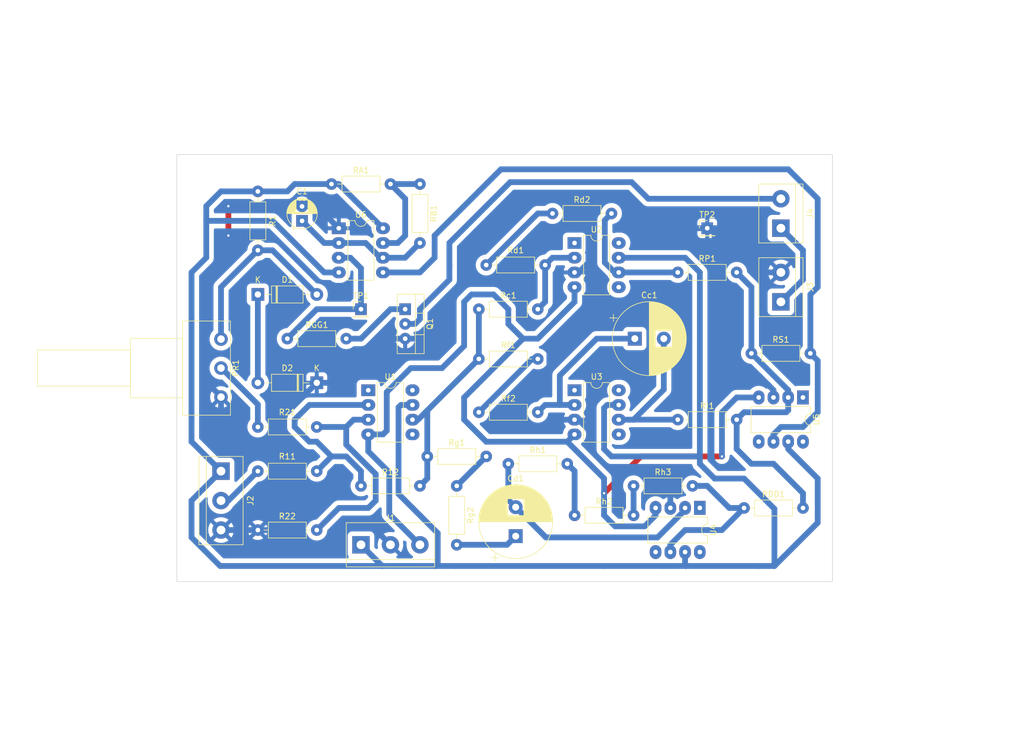
<source format=kicad_pcb>
(kicad_pcb (version 20241229) (generator "pcbnew") (generator_version "9.0")
  (layers (0 "F.Cu" signal) (2 "B.Cu" signal) (13 "F.Paste" user) (15 "B.Paste" user) (5 "F.SilkS" user "F.Silkscreen") (7 "B.SilkS" user "B.Silkscreen") (1 "F.Mask" user) (3 "B.Mask" user) (25 "Edge.Cuts" user))
  (net 0 "")
  (net 1 "Net-(C1-Pad1)")
  (net 2 "GND")
  (net 3 "Net-(Cc1-Pad1)")
  (net 4 "Net-(Cc1-Pad2)")
  (net 5 "Net-(Cd1-Pad1)")
  (net 6 "Net-(Cd1-Pad2)")
  (net 7 "Net-(D1-Pad1)")
  (net 8 "Net-(D1-Pad2)")
  (net 9 "+12V")
  (net 10 "Net-(J2-Pad2)")
  (net 11 "+24V")
  (net 12 "-12V")
  (net 13 "Net-(PR1-Pad2)")
  (net 14 "VoPPM")
  (net 15 "Net-(J4-Pad2)")
  (net 16 "Vi")
  (net 17 "Net-(R11-Pad1)")
  (net 18 "Net-(RA1-Pad2)")
  (net 19 "Net-(Rc1-Pad2)")
  (net 20 "Net-(Rd1-Pad2)")
  (net 21 "Net-(RP1-Pad1)")
  (net 22 "Net-(RDD1-Pad1)")
  (net 23 "Net-(RDD1-Pad2)")
  (net 24 "Net-(Rf1-Pad2)")
  (net 25 "Net-(R21-Pad2)")
  (net 26 "Net-(Rg1-Pad2)")
  (net 27 "Vo")
  (net 43 "Net-(Q1-Pad1)")
  (net 44 "Net-(Rh1-Pad2)")
  (net 45 "Net-(Rh2-Pad2)")
  (footprint "LibraryNico:R_Axial_DIN0207_L6.3mm_D2.5mm_P10.16mm_Horizontal Nico" (layer "F.Cu") (at 120.65 71.12 180)
    (property "Reference" "Rd1" (at 5.08 2.54 180) (layer "F.SilkS"))
    (property "Value" "820")
    (pad "1" thru_hole circle (at 0 0 180) (size 2 2) (drill 0.8) (layers "*.Cu" "*.Mask") (net 19 "Net-(Rc1-Pad2)"))
    (pad "2" thru_hole circle (at 10.16 0 180) (size 2 2) (drill 0.8) (layers "*.Cu" "*.Mask") (net 20 "Net-(Rd1-Pad2)"))
  )
  (footprint "TerminalBlock:TerminalBlock_bornier-2_P5.08mm" (layer "F.Cu") (at 161.29 77.47 90)
    (property "Reference" "J3" (at 2.54 5.08 90) (layer "F.SilkS"))
    (property "Value" "Bornera 24V GND")
    (pad "1" thru_hole rect (at 0 0 90) (size 3 3) (drill 1.52) (layers "*.Cu" "*.Mask") (net 11 "+24V"))
    (pad "2" thru_hole circle (at 5.08 0 90) (size 3 3) (drill 1.52) (layers "*.Cu" "*.Mask") (net 2 "GND"))
  )
  (footprint "LibraryNico:DIP-8_W7.62mm_LongPads Nico" (layer "F.Cu") (at 165.09 93.965 -90)
    (property "Reference" "U5" (at 3.81 -2.33 270) (layer "F.SilkS"))
    (property "Value" "OP07")
    (pad "1" thru_hole rect (at 0 0 270) (size 2.4 2) (drill 0.8) (layers "*.Cu" "*.Mask"))
    (pad "2" thru_hole oval (at 0 2.54 270) (size 2.4 2) (drill 0.8) (layers "*.Cu" "*.Mask") (net 23 "Net-(RDD1-Pad2)"))
    (pad "3" thru_hole oval (at 0 5.08 270) (size 2.4 2) (drill 0.8) (layers "*.Cu" "*.Mask") (net 2 "GND"))
    (pad "4" thru_hole oval (at 0 7.62 270) (size 2.4 2) (drill 0.8) (layers "*.Cu" "*.Mask") (net 12 "-12V"))
    (pad "5" thru_hole oval (at 7.62 7.62 270) (size 2.4 2) (drill 0.8) (layers "*.Cu" "*.Mask"))
    (pad "6" thru_hole oval (at 7.62 5.08 270) (size 2.4 2) (drill 0.8) (layers "*.Cu" "*.Mask") (net 27 "Vo"))
    (pad "7" thru_hole oval (at 7.62 2.54 270) (size 2.4 2) (drill 0.8) (layers "*.Cu" "*.Mask") (net 9 "+12V"))
    (pad "8" thru_hole oval (at 7.62 0 270) (size 2.4 2) (drill 0.8) (layers "*.Cu" "*.Mask"))
  )
  (footprint "LibraryNico:R_Axial_DIN0207_L6.3mm_D2.5mm_P10.16mm_Horizontal Nico" (layer "F.Cu") (at 71.12 99.06)
    (property "Reference" "R21" (at 5.08 -2.54 0) (layer "F.SilkS"))
    (property "Value" "10k")
    (pad "1" thru_hole circle (at 0 0) (size 2 2) (drill 0.8) (layers "*.Cu" "*.Mask") (net 13 "Net-(PR1-Pad2)"))
    (pad "2" thru_hole circle (at 10.16 0) (size 2 2) (drill 0.8) (layers "*.Cu" "*.Mask") (net 25 "Net-(R21-Pad2)"))
  )
  (footprint "LibraryNico:R_Axial_DIN0207_L6.3mm_D2.5mm_P10.16mm_Horizontal Nico" (layer "F.Cu") (at 154.94 113.03)
    (property "Reference" "RDD1" (at 5.08 -2.37 0) (layer "F.SilkS"))
    (property "Value" "10k")
    (pad "1" thru_hole circle (at 0 0) (size 2 2) (drill 0.8) (layers "*.Cu" "*.Mask") (net 22 "Net-(RDD1-Pad1)"))
    (pad "2" thru_hole circle (at 10.16 0) (size 2 2) (drill 0.8) (layers "*.Cu" "*.Mask") (net 23 "Net-(RDD1-Pad2)"))
  )
  (footprint "LibraryNico:DIP-8_W7.62mm_LongPads Nico" (layer "F.Cu") (at 90.155 92.72)
    (property "Reference" "U1" (at 3.81 -2.33 0) (layer "F.SilkS"))
    (property "Value" "OP07")
    (pad "1" thru_hole rect (at 0 0) (size 2.4 2) (drill 0.8) (layers "*.Cu" "*.Mask"))
    (pad "2" thru_hole oval (at 0 2.54) (size 2.4 2) (drill 0.8) (layers "*.Cu" "*.Mask") (net 17 "Net-(R11-Pad1)"))
    (pad "3" thru_hole oval (at 0 5.08) (size 2.4 2) (drill 0.8) (layers "*.Cu" "*.Mask") (net 25 "Net-(R21-Pad2)"))
    (pad "4" thru_hole oval (at 0 7.62) (size 2.4 2) (drill 0.8) (layers "*.Cu" "*.Mask") (net 12 "-12V"))
    (pad "5" thru_hole oval (at 7.62 7.62) (size 2.4 2) (drill 0.8) (layers "*.Cu" "*.Mask"))
    (pad "6" thru_hole oval (at 7.62 5.08) (size 2.4 2) (drill 0.8) (layers "*.Cu" "*.Mask") (net 16 "Vi"))
    (pad "7" thru_hole oval (at 7.62 2.54) (size 2.4 2) (drill 0.8) (layers "*.Cu" "*.Mask") (net 9 "+12V"))
    (pad "8" thru_hole oval (at 7.62 0) (size 2.4 2) (drill 0.8) (layers "*.Cu" "*.Mask"))
  )
  (footprint "LibraryNico:R_Axial_DIN0207_L6.3mm_D2.5mm_P10.16mm_Horizontal Nico" (layer "F.Cu") (at 81.28 106.68 180)
    (property "Reference" "R11" (at 5.08 2.54 0) (layer "F.SilkS"))
    (property "Value" "10k")
    (pad "1" thru_hole circle (at 0 0 180) (size 2 2) (drill 0.8) (layers "*.Cu" "*.Mask") (net 17 "Net-(R11-Pad1)"))
    (pad "2" thru_hole circle (at 10.16 0 180) (size 2 2) (drill 0.8) (layers "*.Cu" "*.Mask") (net 10 "Net-(J2-Pad2)"))
  )
  (footprint "LibraryNico:DIP-8_W7.62mm_LongPads Nico" (layer "F.Cu") (at 125.715 92.72)
    (property "Reference" "U3" (at 3.81 -2.33 0) (layer "F.SilkS"))
    (property "Value" "OP07")
    (pad "1" thru_hole rect (at 0 0) (size 2.4 2) (drill 0.8) (layers "*.Cu" "*.Mask"))
    (pad "2" thru_hole oval (at 0 2.54) (size 2.4 2) (drill 0.8) (layers "*.Cu" "*.Mask") (net 3 "Net-(Cc1-Pad1)"))
    (pad "3" thru_hole oval (at 0 5.08) (size 2.4 2) (drill 0.8) (layers "*.Cu" "*.Mask") (net 2 "GND"))
    (pad "4" thru_hole oval (at 0 7.62) (size 2.4 2) (drill 0.8) (layers "*.Cu" "*.Mask") (net 12 "-12V"))
    (pad "5" thru_hole oval (at 7.62 7.62) (size 2.4 2) (drill 0.8) (layers "*.Cu" "*.Mask"))
    (pad "6" thru_hole oval (at 7.62 5.08) (size 2.4 2) (drill 0.8) (layers "*.Cu" "*.Mask") (net 4 "Net-(Cc1-Pad2)"))
    (pad "7" thru_hole oval (at 7.62 2.54) (size 2.4 2) (drill 0.8) (layers "*.Cu" "*.Mask") (net 9 "+12V"))
    (pad "8" thru_hole oval (at 7.62 0) (size 2.4 2) (drill 0.8) (layers "*.Cu" "*.Mask"))
  )
  (footprint "TerminalBlock:TerminalBlock_bornier-2_P5.08mm" (layer "F.Cu") (at 161.29 64.77 90)
    (property "Reference" "J4" (at 2.54 5.08 90) (layer "F.SilkS"))
    (property "Value" "Bornera Planta")
    (pad "1" thru_hole rect (at 0 0 90) (size 3 3) (drill 1.52) (layers "*.Cu" "*.Mask") (net 11 "+24V"))
    (pad "2" thru_hole circle (at 5.08 0 90) (size 3 3) (drill 1.52) (layers "*.Cu" "*.Mask") (net 15 "Net-(J4-Pad2)"))
  )
  (footprint "LibraryNico:DIP-8_W7.62mm_LongPads Nico" (layer "F.Cu") (at 125.715 67.32)
    (property "Reference" "U2" (at 3.81 -2.33 0) (layer "F.SilkS"))
    (property "Value" "OP07")
    (pad "1" thru_hole rect (at 0 0) (size 2.4 2) (drill 0.8) (layers "*.Cu" "*.Mask"))
    (pad "2" thru_hole oval (at 0 2.54) (size 2.4 2) (drill 0.8) (layers "*.Cu" "*.Mask") (net 19 "Net-(Rc1-Pad2)"))
    (pad "3" thru_hole oval (at 0 5.08) (size 2.4 2) (drill 0.8) (layers "*.Cu" "*.Mask") (net 2 "GND"))
    (pad "4" thru_hole oval (at 0 7.62) (size 2.4 2) (drill 0.8) (layers "*.Cu" "*.Mask") (net 12 "-12V"))
    (pad "5" thru_hole oval (at 7.62 7.62) (size 2.4 2) (drill 0.8) (layers "*.Cu" "*.Mask"))
    (pad "6" thru_hole oval (at 7.62 5.08) (size 2.4 2) (drill 0.8) (layers "*.Cu" "*.Mask") (net 21 "Net-(RP1-Pad1)"))
    (pad "7" thru_hole oval (at 7.62 2.54) (size 2.4 2) (drill 0.8) (layers "*.Cu" "*.Mask") (net 9 "+12V"))
    (pad "8" thru_hole oval (at 7.62 0) (size 2.4 2) (drill 0.8) (layers "*.Cu" "*.Mask"))
  )
  (footprint "LibraryNico:PinHeader_1x01_P2.54mm_Vertical Nico" (layer "F.Cu") (at 148.59 64.77)
    (property "Reference" "TP2" (at 0 -2.33 0) (layer "F.SilkS"))
    (property "Value" "TestPoint")
    (pad "1" thru_hole rect (at 0 0) (size 2 2) (drill 0.8) (layers "*.Cu" "*.Mask") (net 2 "GND"))
  )
  (footprint "Capacitor_THT:CP_Radial_D12.5mm_P5.00mm" (layer "F.Cu") (at 136.106041 83.82)
    (property "Reference" "Cc1" (at 2.5 -7.5 0) (layer "F.SilkS"))
    (property "Value" "1000uF")
    (pad "1" thru_hole rect (at 0 0) (size 2.4 2.4) (drill 1.2) (layers "*.Cu" "*.Mask") (net 3 "Net-(Cc1-Pad1)"))
    (pad "2" thru_hole circle (at 5 0) (size 2.4 2.4) (drill 1.2) (layers "*.Cu" "*.Mask") (net 4 "Net-(Cc1-Pad2)"))
  )
  (footprint "LibraryNico:R_Axial_DIN0207_L6.3mm_D2.5mm_P10.16mm_Horizontal Nico" (layer "F.Cu") (at 76.2 83.82)
    (property "Reference" "RGG1" (at 5.08 -2.37 0) (layer "F.SilkS"))
    (property "Value" "47")
    (pad "1" thru_hole circle (at 0 0) (size 2 2) (drill 0.8) (layers "*.Cu" "*.Mask") (net 14 "VoPPM"))
    (pad "2" thru_hole circle (at 10.16 0) (size 2 2) (drill 0.8) (layers "*.Cu" "*.Mask") (net 43 "Net-(Q1-Pad1)"))
  )
  (footprint "LibraryNico:R_Axial_DIN0207_L6.3mm_D2.5mm_P10.16mm_Horizontal Nico" (layer "F.Cu") (at 71.12 116.84)
    (property "Reference" "R22" (at 5.08 -2.37 0) (layer "F.SilkS"))
    (property "Value" "10k")
    (pad "1" thru_hole circle (at 0 0) (size 2 2) (drill 0.8) (layers "*.Cu" "*.Mask") (net 2 "GND"))
    (pad "2" thru_hole circle (at 10.16 0) (size 2 2) (drill 0.8) (layers "*.Cu" "*.Mask") (net 25 "Net-(R21-Pad2)"))
  )
  (footprint "LibraryNico:R_Axial_DIN0207_L6.3mm_D2.5mm_P10.16mm_Horizontal Nico" (layer "F.Cu") (at 156.21 86.36)
    (property "Reference" "RS1" (at 5.08 -2.37 0) (layer "F.SilkS"))
    (property "Value" "10k")
    (pad "1" thru_hole circle (at 0 0) (size 2 2) (drill 0.8) (layers "*.Cu" "*.Mask") (net 23 "Net-(RDD1-Pad2)"))
    (pad "2" thru_hole circle (at 10.16 0) (size 2 2) (drill 0.8) (layers "*.Cu" "*.Mask") (net 27 "Vo"))
  )
  (footprint "LibraryNico:R_Axial_DIN0207_L6.3mm_D2.5mm_P10.16mm_Horizontal Nico" (layer "F.Cu") (at 109.22 87.32)
    (property "Reference" "Rf1" (at 5.08 -2.37 0) (layer "F.SilkS"))
    (property "Value" "180k")
    (pad "1" thru_hole circle (at 0 0) (size 2 2) (drill 0.8) (layers "*.Cu" "*.Mask") (net 16 "Vi"))
    (pad "2" thru_hole circle (at 10.16 0) (size 2 2) (drill 0.8) (layers "*.Cu" "*.Mask") (net 24 "Net-(Rf1-Pad2)"))
  )
  (footprint "Potentiometer_THT:Potentiometer_Piher_PC-16_Single_Horizontal" (layer "F.Cu") (at 64.77 83.9 180)
    (property "Reference" "PR1" (at -2.54 -5 90) (layer "F.SilkS"))
    (property "Value" "100k")
    (pad "1" thru_hole circle (at 0 0 180) (size 2.34 2.34) (drill 1.3) (layers "*.Cu" "*.Mask") (net 8 "Net-(D1-Pad2)"))
    (pad "2" thru_hole circle (at 0 -5 180) (size 2.34 2.34) (drill 1.3) (layers "*.Cu" "*.Mask") (net 13 "Net-(PR1-Pad2)"))
    (pad "3" thru_hole circle (at 0 -10 180) (size 2.34 2.34) (drill 1.3) (layers "*.Cu" "*.Mask") (net 2 "GND"))
  )
  (footprint "LibraryNico:R_Axial_DIN0207_L6.3mm_D2.5mm_P10.16mm_Horizontal Nico" (layer "F.Cu") (at 135.89 109.22)
    (property "Reference" "Rh3" (at 5.08 -2.37 0) (layer "F.SilkS"))
    (property "Value" "3.3k")
    (pad "1" thru_hole circle (at 0 0) (size 2 2) (drill 0.8) (layers "*.Cu" "*.Mask") (net 45 "Net-(Rh2-Pad2)"))
    (pad "2" thru_hole circle (at 10.16 0) (size 2 2) (drill 0.8) (layers "*.Cu" "*.Mask") (net 22 "Net-(RDD1-Pad1)"))
  )
  (footprint "LibraryNico:R_Axial_DIN0207_L6.3mm_D2.5mm_P10.16mm_Horizontal Nico" (layer "F.Cu") (at 88.9 109.22)
    (property "Reference" "R12" (at 5.08 -2.37 0) (layer "F.SilkS"))
    (property "Value" "10k")
    (pad "1" thru_hole circle (at 0 0) (size 2 2) (drill 0.8) (layers "*.Cu" "*.Mask") (net 17 "Net-(R11-Pad1)"))
    (pad "2" thru_hole circle (at 10.16 0) (size 2 2) (drill 0.8) (layers "*.Cu" "*.Mask") (net 16 "Vi"))
  )
  (footprint "LibraryNico:DIP-8_W7.62mm_LongPads Nico" (layer "F.Cu") (at 147.31 113.015 -90)
    (property "Reference" "U4" (at 3.81 -2.33 270) (layer "F.SilkS"))
    (property "Value" "OP07")
    (pad "1" thru_hole rect (at 0 0 270) (size 2.4 2) (drill 0.8) (layers "*.Cu" "*.Mask"))
    (pad "2" thru_hole oval (at 0 2.54 270) (size 2.4 2) (drill 0.8) (layers "*.Cu" "*.Mask") (net 6 "Net-(Cd1-Pad2)"))
    (pad "3" thru_hole oval (at 0 5.08 270) (size 2.4 2) (drill 0.8) (layers "*.Cu" "*.Mask") (net 2 "GND"))
    (pad "4" thru_hole oval (at 0 7.62 270) (size 2.4 2) (drill 0.8) (layers "*.Cu" "*.Mask") (net 12 "-12V"))
    (pad "5" thru_hole oval (at 7.62 7.62 270) (size 2.4 2) (drill 0.8) (layers "*.Cu" "*.Mask"))
    (pad "6" thru_hole oval (at 7.62 5.08 270) (size 2.4 2) (drill 0.8) (layers "*.Cu" "*.Mask") (net 22 "Net-(RDD1-Pad1)"))
    (pad "7" thru_hole oval (at 7.62 2.54 270) (size 2.4 2) (drill 0.8) (layers "*.Cu" "*.Mask") (net 9 "+12V"))
    (pad "8" thru_hole oval (at 7.62 0 270) (size 2.4 2) (drill 0.8) (layers "*.Cu" "*.Mask"))
  )
  (footprint "LibraryNico:R_Axial_DIN0207_L6.3mm_D2.5mm_P10.16mm_Horizontal Nico" (layer "F.Cu") (at 114.3 105.41)
    (property "Reference" "Rh1" (at 5.08 -2.37 0) (layer "F.SilkS"))
    (property "Value" "560k")
    (pad "1" thru_hole circle (at 0 0) (size 2 2) (drill 0.8) (layers "*.Cu" "*.Mask") (net 6 "Net-(Cd1-Pad2)"))
    (pad "2" thru_hole circle (at 10.16 0) (size 2 2) (drill 0.8) (layers "*.Cu" "*.Mask") (net 44 "Net-(Rh1-Pad2)"))
  )
  (footprint "LibraryNico:DIP-8_W7.62mm_LongPads Nico" (layer "F.Cu") (at 85.075 64.78)
    (property "Reference" "U6" (at 3.81 -2.33 0) (layer "F.SilkS"))
    (property "Value" "LM555xN")
    (pad "1" thru_hole rect (at 0 0) (size 2.4 2) (drill 0.8) (layers "*.Cu" "*.Mask") (net 2 "GND"))
    (pad "2" thru_hole oval (at 0 2.54) (size 2.4 2) (drill 0.8) (layers "*.Cu" "*.Mask") (net 1 "Net-(C1-Pad1)"))
    (pad "3" thru_hole oval (at 0 5.08) (size 2.4 2) (drill 0.8) (layers "*.Cu" "*.Mask") (net 14 "VoPPM"))
    (pad "4" thru_hole oval (at 0 7.62) (size 2.4 2) (drill 0.8) (layers "*.Cu" "*.Mask") (net 9 "+12V"))
    (pad "5" thru_hole oval (at 7.62 7.62) (size 2.4 2) (drill 0.8) (layers "*.Cu" "*.Mask") (net 27 "Vo"))
    (pad "6" thru_hole oval (at 7.62 5.08) (size 2.4 2) (drill 0.8) (layers "*.Cu" "*.Mask") (net 1 "Net-(C1-Pad1)"))
    (pad "7" thru_hole oval (at 7.62 2.54) (size 2.4 2) (drill 0.8) (layers "*.Cu" "*.Mask") (net 18 "Net-(RA1-Pad2)"))
    (pad "8" thru_hole oval (at 7.62 0) (size 2.4 2) (drill 0.8) (layers "*.Cu" "*.Mask") (net 9 "+12V"))
  )
  (footprint "LibraryNico:CP_Radial_D5.0mm_P2.50mm Nico" (layer "F.Cu") (at 78.74 63.5 90)
    (property "Reference" "C1" (at 5.08 0 180) (layer "F.SilkS"))
    (property "Value" "10nF")
    (pad "1" thru_hole rect (at 0 0 90) (size 2 2) (drill 0.8) (layers "*.Cu" "*.Mask") (net 1 "Net-(C1-Pad1)"))
    (pad "2" thru_hole circle (at 2.5 0 90) (size 2 2) (drill 0.8) (layers "*.Cu" "*.Mask") (net 2 "GND"))
  )
  (footprint "LibraryNico:R_Axial_DIN0207_L6.3mm_D2.5mm_P10.16mm_Horizontal Nico" (layer "F.Cu") (at 71.12 68.58 90)
    (property "Reference" "R1" (at 5.08 2.54 90) (layer "F.SilkS"))
    (property "Value" "10k")
    (pad "1" thru_hole circle (at 0 0 90) (size 2 2) (drill 0.8) (layers "*.Cu" "*.Mask") (net 8 "Net-(D1-Pad2)"))
    (pad "2" thru_hole circle (at 10.16 0 90) (size 2 2) (drill 0.8) (layers "*.Cu" "*.Mask") (net 9 "+12V"))
  )
  (footprint "LibraryNico:R_Axial_DIN0207_L6.3mm_D2.5mm_P10.16mm_Horizontal Nico" (layer "F.Cu") (at 125.73 114.3)
    (property "Reference" "Rh2" (at 5.08 -2.37 0) (layer "F.SilkS"))
    (property "Value" "100k")
    (pad "1" thru_hole circle (at 0 0) (size 2 2) (drill 0.8) (layers "*.Cu" "*.Mask") (net 44 "Net-(Rh1-Pad2)"))
    (pad "2" thru_hole circle (at 10.16 0) (size 2 2) (drill 0.8) (layers "*.Cu" "*.Mask") (net 45 "Net-(Rh2-Pad2)"))
  )
  (footprint "LibraryNico:R_Axial_DIN0207_L6.3mm_D2.5mm_P10.16mm_Horizontal Nico" (layer "F.Cu") (at 109.22 78.74)
    (property "Reference" "Rc1" (at 5.08 -2.37 0) (layer "F.SilkS"))
    (property "Value" "220")
    (pad "1" thru_hole circle (at 0 0) (size 2 2) (drill 0.8) (layers "*.Cu" "*.Mask") (net 16 "Vi"))
    (pad "2" thru_hole circle (at 10.16 0) (size 2 2) (drill 0.8) (layers "*.Cu" "*.Mask") (net 19 "Net-(Rc1-Pad2)"))
  )
  (footprint "LibraryNico:R_Axial_DIN0207_L6.3mm_D2.5mm_P10.16mm_Horizontal Nico" (layer "F.Cu") (at 143.51 97.79)
    (property "Reference" "RI1" (at 5.08 -2.37 0) (layer "F.SilkS"))
    (property "Value" "10k")
    (pad "1" thru_hole circle (at 0 0) (size 2 2) (drill 0.8) (layers "*.Cu" "*.Mask") (net 4 "Net-(Cc1-Pad2)"))
    (pad "2" thru_hole circle (at 10.16 0) (size 2 2) (drill 0.8) (layers "*.Cu" "*.Mask") (net 23 "Net-(RDD1-Pad2)"))
  )
  (footprint "Diode_THT:D_DO-41_SOD81_P10.16mm_Horizontal" (layer "F.Cu") (at 71.12 76.2)
    (property "Reference" "D1" (at 5.08 -2.54 0) (layer "F.SilkS"))
    (property "Value" "1N4007")
    (fp_text user "K" (at 0 -2.54 0) (layer "F.SilkS"))
    (pad "1" thru_hole rect (at 0 0) (size 2.2 2.2) (drill 1.1) (layers "*.Cu" "*.Mask") (net 7 "Net-(D1-Pad1)"))
    (pad "2" thru_hole oval (at 10.16 0) (size 2.2 2.2) (drill 1.1) (layers "*.Cu" "*.Mask") (net 8 "Net-(D1-Pad2)"))
  )
  (footprint "LibraryNico:R_Axial_DIN0207_L6.3mm_D2.5mm_P10.16mm_Horizontal Nico" (layer "F.Cu") (at 99.06 57.15 -90)
    (property "Reference" "RB1" (at 5.08 -2.37 270) (layer "F.SilkS"))
    (property "Value" "22k")
    (pad "1" thru_hole circle (at 0 0 270) (size 2 2) (drill 0.8) (layers "*.Cu" "*.Mask") (net 18 "Net-(RA1-Pad2)"))
    (pad "2" thru_hole circle (at 10.16 0 270) (size 2 2) (drill 0.8) (layers "*.Cu" "*.Mask") (net 1 "Net-(C1-Pad1)"))
  )
  (footprint "TerminalBlock:TerminalBlock_bornier-3_P5.08mm" (layer "F.Cu") (at 64.77 106.68 -90)
    (property "Reference" "J2" (at 5.08 -5.08 90) (layer "F.SilkS"))
    (property "Value" "Bornera Sensor LM35")
    (pad "1" thru_hole rect (at 0 0 270) (size 3 3) (drill 1.52) (layers "*.Cu" "*.Mask") (net 9 "+12V"))
    (pad "2" thru_hole circle (at 5.08 0 270) (size 3 3) (drill 1.52) (layers "*.Cu" "*.Mask") (net 10 "Net-(J2-Pad2)"))
    (pad "3" thru_hole circle (at 10.16 0 270) (size 3 3) (drill 1.52) (layers "*.Cu" "*.Mask") (net 2 "GND"))
  )
  (footprint "LibraryNico:TO-220-3_Vertical Nico" (layer "F.Cu") (at 96.52 78.74 -90)
    (property "Reference" "Q1" (at 2.54 -4.27 270) (layer "F.SilkS"))
    (property "Value" "IRF530")
    (pad "1" thru_hole rect (at 0 0 270) (size 2 2) (drill 0.8) (layers "*.Cu" "*.Mask") (net 43 "Net-(Q1-Pad1)"))
    (pad "2" thru_hole oval (at 2.54 0 270) (size 2 2) (drill 0.8) (layers "*.Cu" "*.Mask") (net 15 "Net-(J4-Pad2)"))
    (pad "3" thru_hole oval (at 5.08 0 270) (size 2 2) (drill 0.8) (layers "*.Cu" "*.Mask") (net 2 "GND"))
  )
  (footprint "Diode_THT:D_DO-41_SOD81_P10.16mm_Horizontal" (layer "F.Cu") (at 81.28 91.44 180)
    (property "Reference" "D2" (at 5.08 2.54 0) (layer "F.SilkS"))
    (property "Value" "1N4007")
    (fp_text user "K" (at 0 2.54 0) (layer "F.SilkS"))
    (pad "1" thru_hole rect (at 0 0 180) (size 2.2 2.2) (drill 1.1) (layers "*.Cu" "*.Mask") (net 2 "GND"))
    (pad "2" thru_hole oval (at 10.16 0 180) (size 2.2 2.2) (drill 1.1) (layers "*.Cu" "*.Mask") (net 7 "Net-(D1-Pad1)"))
  )
  (footprint "LibraryNico:PinHeader_1x01_P2.54mm_Vertical Nico" (layer "F.Cu") (at 88.9 78.74)
    (property "Reference" "TP1" (at 0 -2.33 0) (layer "F.SilkS"))
    (property "Value" "TestPoint")
    (pad "1" thru_hole rect (at 0 0) (size 2 2) (drill 0.8) (layers "*.Cu" "*.Mask") (net 14 "VoPPM"))
  )
  (footprint "LibraryNico:R_Axial_DIN0207_L6.3mm_D2.5mm_P10.16mm_Horizontal Nico" (layer "F.Cu") (at 105.41 109.22 -90)
    (property "Reference" "Rg2" (at 5.08 -2.37 90) (layer "F.SilkS"))
    (property "Value" "100")
    (pad "1" thru_hole circle (at 0 0 270) (size 2 2) (drill 0.8) (layers "*.Cu" "*.Mask") (net 26 "Net-(Rg1-Pad2)"))
    (pad "2" thru_hole circle (at 10.16 0 270) (size 2 2) (drill 0.8) (layers "*.Cu" "*.Mask") (net 5 "Net-(Cd1-Pad1)"))
  )
  (footprint "LibraryNico:R_Axial_DIN0207_L6.3mm_D2.5mm_P10.16mm_Horizontal Nico" (layer "F.Cu") (at 121.92 62.23)
    (property "Reference" "Rd2" (at 5.08 -2.37 0) (layer "F.SilkS"))
    (property "Value" "47")
    (pad "1" thru_hole circle (at 0 0) (size 2 2) (drill 0.8) (layers "*.Cu" "*.Mask") (net 20 "Net-(Rd1-Pad2)"))
    (pad "2" thru_hole circle (at 10.16 0) (size 2 2) (drill 0.8) (layers "*.Cu" "*.Mask") (net 21 "Net-(RP1-Pad1)"))
  )
  (footprint "LibraryNico:R_Axial_DIN0207_L6.3mm_D2.5mm_P10.16mm_Horizontal Nico" (layer "F.Cu") (at 83.82 57.15)
    (property "Reference" "RA1" (at 5.08 -2.37 0) (layer "F.SilkS"))
    (property "Value" "100k")
    (pad "1" thru_hole circle (at 0 0) (size 2 2) (drill 0.8) (layers "*.Cu" "*.Mask") (net 9 "+12V"))
    (pad "2" thru_hole circle (at 10.16 0) (size 2 2) (drill 0.8) (layers "*.Cu" "*.Mask") (net 18 "Net-(RA1-Pad2)"))
  )
  (footprint "TerminalBlock:TerminalBlock_bornier-3_P5.08mm" (layer "F.Cu") (at 88.9 119.38)
    (property "Reference" "J1" (at 5.05 -4.65 0) (layer "F.SilkS"))
    (property "Value" "Bornera +12V GND -12V")
    (pad "1" thru_hole rect (at 0 0) (size 3 3) (drill 1.52) (layers "*.Cu" "*.Mask") (net 9 "+12V"))
    (pad "2" thru_hole circle (at 5.08 0) (size 3 3) (drill 1.52) (layers "*.Cu" "*.Mask") (net 2 "GND"))
    (pad "3" thru_hole circle (at 10.16 0) (size 3 3) (drill 1.52) (layers "*.Cu" "*.Mask") (net 12 "-12V"))
  )
  (footprint "Capacitor_THT:CP_Radial_D12.5mm_P5.00mm" (layer "F.Cu") (at 115.57 117.893959 90)
    (property "Reference" "Cd1" (at 9.943959 0 180) (layer "F.SilkS"))
    (property "Value" "1000uF")
    (pad "1" thru_hole rect (at 0 0 90) (size 2.4 2.4) (drill 1.2) (layers "*.Cu" "*.Mask") (net 5 "Net-(Cd1-Pad1)"))
    (pad "2" thru_hole circle (at 5 0 90) (size 2.4 2.4) (drill 1.2) (layers "*.Cu" "*.Mask") (net 6 "Net-(Cd1-Pad2)"))
  )
  (footprint "LibraryNico:R_Axial_DIN0207_L6.3mm_D2.5mm_P10.16mm_Horizontal Nico" (layer "F.Cu") (at 100.33 104.14)
    (property "Reference" "Rg1" (at 5.08 -2.37 0) (layer "F.SilkS"))
    (property "Value" "560")
    (pad "1" thru_hole circle (at 0 0) (size 2 2) (drill 0.8) (layers "*.Cu" "*.Mask") (net 16 "Vi"))
    (pad "2" thru_hole circle (at 10.16 0) (size 2 2) (drill 0.8) (layers "*.Cu" "*.Mask") (net 26 "Net-(Rg1-Pad2)"))
  )
  (footprint "LibraryNico:R_Axial_DIN0207_L6.3mm_D2.5mm_P10.16mm_Horizontal Nico" (layer "F.Cu") (at 109.22 96.52)
    (property "Reference" "Rf2" (at 5.08 -2.37 0) (layer "F.SilkS"))
    (property "Value" "12k")
    (pad "1" thru_hole circle (at 0 0) (size 2 2) (drill 0.8) (layers "*.Cu" "*.Mask") (net 24 "Net-(Rf1-Pad2)"))
    (pad "2" thru_hole circle (at 10.16 0) (size 2 2) (drill 0.8) (layers "*.Cu" "*.Mask") (net 3 "Net-(Cc1-Pad1)"))
  )
  (footprint "LibraryNico:R_Axial_DIN0207_L6.3mm_D2.5mm_P10.16mm_Horizontal Nico" (layer "F.Cu") (at 143.51 72.39)
    (property "Reference" "RP1" (at 5.08 -2.37 0) (layer "F.SilkS"))
    (property "Value" "10k")
    (pad "1" thru_hole circle (at 0 0) (size 2 2) (drill 0.8) (layers "*.Cu" "*.Mask") (net 21 "Net-(RP1-Pad1)"))
    (pad "2" thru_hole circle (at 10.16 0) (size 2 2) (drill 0.8) (layers "*.Cu" "*.Mask") (net 23 "Net-(RDD1-Pad2)"))
  )
  (gr_rect (start 57.15 52.07) (end 170.18 125.73) (stroke (width 0.1)) (fill no) (layer "Edge.Cuts"))
  (segment (start 82.56 67.32) (end 85.075 67.32) (width 1) (layer "B.Cu") (net 1))
  (segment (start 89.699918 67.32) (end 85.075 67.32) (width 1) (layer "B.Cu") (net 1))
  (segment (start 92.239918 69.86) (end 89.699918 67.32) (width 1) (layer "B.Cu") (net 1))
  (segment (start 78.74 63.5) (end 82.56 67.32) (width 1) (layer "B.Cu") (net 1))
  (segment (start 92.695 69.86) (end 96.51 69.86) (width 1) (layer "B.Cu") (net 1))
  (segment (start 96.51 69.86) (end 99.06 67.31) (width 1) (layer "B.Cu") (net 1))
  (segment (start 66.04 60.96) (end 66.04 66.04) (width 1) (layer "F.Cu") (net 2))
  (via (at 66.04 60.96) (size 1) (drill 0.4) (layers "F.Cu" "B.Cu") (net 2))
  (via (at 66.04 66.04) (size 1) (drill 0.4) (layers "F.Cu" "B.Cu") (net 2))
  (segment (start 93.98 83.82) (end 96.52 83.82) (width 1) (layer "B.Cu") (net 2))
  (segment (start 151.13 64.77) (end 148.59 64.77) (width 1) (layer "B.Cu") (net 2))
  (segment (start 157.48 90.17) (end 154.94 90.17) (width 1) (layer "B.Cu") (net 2))
  (segment (start 126.403427 72.4) (end 128.115 70.688427) (width 1) (layer "B.Cu") (net 2))
  (segment (start 69.85 102.87) (end 64.77 97.79) (width 1) (layer "B.Cu") (net 2))
  (segment (start 130.521572 59.69) (end 134.62 59.69) (width 1) (layer "B.Cu") (net 2))
  (segment (start 102.87 81.28) (end 100.33 83.82) (width 1) (layer "B.Cu") (net 2))
  (segment (start 128.27 102.87) (end 128.27 99.666574) (width 1) (layer "B.Cu") (net 2))
  (segment (start 100.33 83.82) (end 96.52 83.82) (width 1) (layer "B.Cu") (net 2))
  (segment (start 142.23 110.48) (end 138.43 106.68) (width 1) (layer "B.Cu") (net 2))
  (segment (start 121.382053 89.437947) (end 121.382053 84.357947) (width 1) (layer "B.Cu") (net 2))
  (segment (start 73.66 102.87) (end 73.66 99.06) (width 1) (layer "B.Cu") (net 2))
  (segment (start 149.86 85.09) (end 149.86 64.77) (width 1) (layer "B.Cu") (net 2))
  (segment (start 115.57 59.69) (end 106.68 68.58) (width 1) (layer "B.Cu") (net 2))
  (segment (start 138.43 106.68) (end 132.08 106.68) (width 1) (layer "B.Cu") (net 2))
  (segment (start 116.84 93.98) (end 121.382053 89.437947) (width 1) (layer "B.Cu") (net 2))
  (segment (start 128.115 70.688427) (end 128.115 62.075) (width 1) (layer "B.Cu") (net 2))
  (segment (start 106.68 68.58) (end 106.68 73.66) (width 1) (layer "B.Cu") (net 2))
  (segment (start 121.92 99.06) (end 116.84 99.06) (width 1) (layer "B.Cu") (net 2))
  (segment (start 128.27 99.666574) (end 126.403427 97.8) (width 1) (layer "B.Cu") (net 2))
  (segment (start 125.715 97.8) (end 123.18 97.8) (width 1) (layer "B.Cu") (net 2))
  (segment (start 128.115 62.075) (end 125.73 59.69) (width 1) (layer "B.Cu") (net 2))
  (segment (start 160.01 93.965) (end 160.01 92.7) (width 1) (layer "B.Cu") (net 2))
  (segment (start 76.36 119.54) (end 83.34 119.54) (width 1) (layer "B.Cu") (net 2))
  (segment (start 64.77 116.84) (end 71.12 116.84) (width 1) (layer "B.Cu") (net 2))
  (segment (start 83.34 119.54) (end 87.31 115.57) (width 1) (layer "B.Cu") (net 2))
  (segment (start 73.66 99.06) (end 81.28 91.44) (width 1) (layer "B.Cu") (net 2))
  (segment (start 73.66 102.87) (end 69.85 102.87) (width 1) (layer "B.Cu") (net 2))
  (segment (start 87.31 115.57) (end 90.17 115.57) (width 1) (layer "B.Cu") (net 2))
  (segment (start 116.84 99.06) (end 116.84 93.98) (width 1) (layer "B.Cu") (net 2))
  (segment (start 139.7 64.77) (end 148.59 64.77) (width 1) (layer "B.Cu") (net 2))
  (segment (start 73.66 116.84) (end 71.12 116.84) (width 1) (layer "B.Cu") (net 2))
  (segment (start 72.39 60.96) (end 72.43 61) (width 1) (layer "B.Cu") (net 2))
  (segment (start 90.17 115.57) (end 93.98 119.38) (width 1) (layer "B.Cu") (net 2))
  (segment (start 160.01 92.7) (end 157.48 90.17) (width 1) (layer "B.Cu") (net 2))
  (segment (start 154.94 90.17) (end 149.86 85.09) (width 1) (layer "B.Cu") (net 2))
  (segment (start 121.382053 84.357947) (end 128.115 77.625) (width 1) (layer "B.Cu") (net 2))
  (segment (start 142.23 113.015) (end 142.23 110.48) (width 1) (layer "B.Cu") (net 2))
  (segment (start 125.73 59.69) (end 115.57 59.69) (width 1) (layer "B.Cu") (net 2))
  (segment (start 66.04 66.04) (end 66.04 69.85) (width 1) (layer "B.Cu") (net 2))
  (segment (start 73.66 102.87) (end 73.66 116.84) (width 1) (layer "B.Cu") (net 2))
  (segment (start 132.08 106.68) (end 128.27 102.87) (width 1) (layer "B.Cu") (net 2))
  (segment (start 102.87 77.47) (end 102.87 81.28) (width 1) (layer "B.Cu") (net 2))
  (segment (start 151.13 64.77) (end 158.75 72.39) (width 1) (layer "B.Cu") (net 2))
  (segment (start 78.74 61) (end 81.295 61) (width 1) (layer "B.Cu") (net 2))
  (segment (start 106.68 73.66) (end 102.87 77.47) (width 1) (layer "B.Cu") (net 2))
  (segment (start 72.39 60.96) (end 66.04 60.96) (width 1) (layer "B.Cu") (net 2))
  (segment (start 128.136572 62.075) (end 130.521572 59.69) (width 1) (layer "B.Cu") (net 2))
  (segment (start 134.62 59.69) (end 139.7 64.77) (width 1) (layer "B.Cu") (net 2))
  (segment (start 81.295 61) (end 85.075 64.78) (width 1) (layer "B.Cu") (net 2))
  (segment (start 158.75 72.39) (end 161.29 72.39) (width 1) (layer "B.Cu") (net 2))
  (segment (start 128.115 77.625) (end 128.115 70.688427) (width 1) (layer "B.Cu") (net 2))
  (segment (start 64.77 97.79) (end 64.77 93.82) (width 1) (layer "B.Cu") (net 2))
  (segment (start 62.23 91.28) (end 64.77 93.82) (width 1) (layer "B.Cu") (net 2))
  (segment (start 62.23 73.66) (end 62.23 91.28) (width 1) (layer "B.Cu") (net 2))
  (segment (start 73.66 116.84) (end 76.36 119.54) (width 1) (layer "B.Cu") (net 2))
  (segment (start 81.28 91.44) (end 86.36 91.44) (width 1) (layer "B.Cu") (net 2))
  (segment (start 66.04 69.85) (end 62.23 73.66) (width 1) (layer "B.Cu") (net 2))
  (segment (start 86.36 91.44) (end 93.98 83.82) (width 1) (layer "B.Cu") (net 2))
  (segment (start 123.18 97.8) (end 121.92 99.06) (width 1) (layer "B.Cu") (net 2))
  (segment (start 72.43 61) (end 78.74 61) (width 1) (layer "B.Cu") (net 2))
  (segment (start 123.18 90.18) (end 129.54 83.82) (width 1) (layer "B.Cu") (net 3))
  (segment (start 123.18 95.26) (end 123.18 90.18) (width 1) (layer "B.Cu") (net 3))
  (segment (start 129.54 83.82) (end 136.106041 83.82) (width 1) (layer "B.Cu") (net 3))
  (segment (start 119.38 96.52) (end 120.64 95.26) (width 1) (layer "B.Cu") (net 3))
  (segment (start 120.64 95.26) (end 123.18 95.26) (width 1) (layer "B.Cu") (net 3))
  (segment (start 123.18 95.26) (end 125.715 95.26) (width 1) (layer "B.Cu") (net 3))
  (segment (start 135.9 97.8) (end 135.335 97.8) (width 1) (layer "B.Cu") (net 4))
  (segment (start 141.106041 83.82) (end 141.106041 92.593959) (width 1) (layer "B.Cu") (net 4))
  (segment (start 135.91 97.79) (end 135.9 97.8) (width 1) (layer "B.Cu") (net 4))
  (segment (start 143.51 97.79) (end 135.91 97.79) (width 1) (layer "B.Cu") (net 4))
  (segment (start 141.106041 92.593959) (end 135.9 97.8) (width 1) (layer "B.Cu") (net 4))
  (segment (start 133.335 97.8) (end 135.335 97.8) (width 1) (layer "B.Cu") (net 4))
  (segment (start 114.083959 119.38) (end 115.57 117.893959) (width 1) (layer "B.Cu") (net 5))
  (segment (start 105.41 119.38) (end 114.083959 119.38) (width 1) (layer "B.Cu") (net 5))
  (segment (start 144.77 113.362006) (end 140.022006 118.11) (width 1) (layer "B.Cu") (net 6))
  (segment (start 114.3 111.623959) (end 114.3 105.41) (width 1) (layer "B.Cu") (net 6))
  (segment (start 115.57 112.893959) (end 114.3 111.623959) (width 1) (layer "B.Cu") (net 6))
  (segment (start 140.022006 118.11) (end 120.786041 118.11) (width 1) (layer "B.Cu") (net 6))
  (segment (start 120.786041 118.11) (end 115.57 112.893959) (width 1) (layer "B.Cu") (net 6))
  (segment (start 144.77 113.015) (end 144.77 113.362006) (width 1) (layer "B.Cu") (net 6))
  (segment (start 71.12 76.2) (end 71.12 91.44) (width 1) (layer "B.Cu") (net 7))
  (segment (start 73.66 68.58) (end 81.28 76.2) (width 1) (layer "B.Cu") (net 8))
  (segment (start 71.12 68.58) (end 64.77 74.93) (width 1) (layer "B.Cu") (net 8))
  (segment (start 71.12 68.58) (end 73.66 68.58) (width 1) (layer "B.Cu") (net 8))
  (segment (start 64.77 74.93) (end 64.77 83.82) (width 1) (layer "B.Cu") (net 8))
  (segment (start 144.935 123.035) (end 157.325 123.035) (width 1) (layer "B.Cu") (net 9))
  (segment (start 144.77 120.635) (end 144.77 122.87) (width 1) (layer "B.Cu") (net 9))
  (segment (start 154.94 107.95) (end 160.175 113.185) (width 1) (layer "B.Cu") (net 9))
  (segment (start 59.69 72.39) (end 59.69 101.6) (width 1) (layer "B.Cu") (net 9))
  (segment (start 167.64 107.95) (end 167.64 115.57) (width 1) (layer "B.Cu") (net 9))
  (segment (start 92.695 64.78) (end 85.065 57.15) (width 1) (layer "B.Cu") (net 9))
  (segment (start 131.335 95.26) (end 130.81 95.785) (width 1) (layer "B.Cu") (net 9))
  (segment (start 102.131759 122.658241) (end 102.131759 117.371759) (width 1) (layer "B.Cu") (net 9))
  (segment (start 76.2 58.42) (end 71.12 58.42) (width 1) (layer "B.Cu") (net 9))
  (segment (start 162.55 102.86) (end 167.64 107.95) (width 1) (layer "B.Cu") (net 9))
  (segment (start 147.32 104.14) (end 147.32 105.41) (width 1) (layer "B.Cu") (net 9))
  (segment (start 59.69 111.76) (end 59.69 118.11) (width 1) (layer "B.Cu") (net 9))
  (segment (start 160.175 123.035) (end 163.83 119.38) (width 1) (layer "B.Cu") (net 9))
  (segment (start 149.86 107.95) (end 154.94 107.95) (width 1) (layer "B.Cu") (net 9))
  (segment (start 160.175 113.185) (end 160.175 123.035) (width 1) (layer "B.Cu") (net 9))
  (segment (start 167.64 115.57) (end 163.83 119.38) (width 1) (layer "B.Cu") (net 9))
  (segment (start 92.555 123.035) (end 101.755 123.035) (width 1) (layer "B.Cu") (net 9))
  (segment (start 64.77 106.68) (end 59.69 111.76) (width 1) (layer "B.Cu") (net 9))
  (segment (start 130.81 95.785) (end 130.81 102.87) (width 1) (layer "B.Cu") (net 9))
  (segment (start 83.82 57.15) (end 77.47 57.15) (width 1) (layer "B.Cu") (net 9))
  (segment (start 82.56 72.4) (end 85.075 72.4) (width 1) (layer "B.Cu") (net 9))
  (segment (start 144.77 122.87) (end 144.935 123.035) (width 1) (layer "B.Cu") (net 9))
  (segment (start 147.32 72.39) (end 147.32 104.14) (width 1) (layer "B.Cu") (net 9))
  (segment (start 62.23 60.96) (end 62.23 63.5) (width 1) (layer "B.Cu") (net 9))
  (segment (start 101.755 123.035) (end 102.131759 122.658241) (width 1) (layer "B.Cu") (net 9))
  (segment (start 102.131759 117.371759) (end 95.375 110.615) (width 1) (layer "B.Cu") (net 9))
  (segment (start 101.755 123.035) (end 105.255 123.035) (width 1) (layer "B.Cu") (net 9))
  (segment (start 88.9 119.38) (end 92.555 123.035) (width 1) (layer "B.Cu") (net 9))
  (segment (start 141.125 123.035) (end 144.935 123.035) (width 1) (layer "B.Cu") (net 9))
  (segment (start 73.66 63.5) (end 82.56 72.4) (width 1) (layer "B.Cu") (net 9))
  (segment (start 64.77 58.42) (end 62.23 60.96) (width 1) (layer "B.Cu") (net 9))
  (segment (start 71.12 58.42) (end 64.77 58.42) (width 1) (layer "B.Cu") (net 9))
  (segment (start 133.335 95.26) (end 131.335 95.26) (width 1) (layer "B.Cu") (net 9))
  (segment (start 130.965 123.035) (end 141.125 123.035) (width 1) (layer "B.Cu") (net 9))
  (segment (start 73.66 63.5) (end 62.23 63.5) (width 1) (layer "B.Cu") (net 9))
  (segment (start 95.375 95.66) (end 95.775 95.26) (width 1) (layer "B.Cu") (net 9))
  (segment (start 59.69 101.6) (end 64.77 106.68) (width 1) (layer "B.Cu") (net 9))
  (segment (start 133.335 69.86) (end 144.79 69.86) (width 1) (layer "B.Cu") (net 9))
  (segment (start 147.32 105.41) (end 149.86 107.95) (width 1) (layer "B.Cu") (net 9))
  (segment (start 130.81 102.87) (end 132.08 104.14) (width 1) (layer "B.Cu") (net 9))
  (segment (start 62.23 63.5) (end 62.23 69.85) (width 1) (layer "B.Cu") (net 9))
  (segment (start 85.065 57.15) (end 83.82 57.15) (width 1) (layer "B.Cu") (net 9))
  (segment (start 157.325 123.035) (end 160.175 123.035) (width 1) (layer "B.Cu") (net 9))
  (segment (start 64.615 123.035) (end 92.555 123.035) (width 1) (layer "B.Cu") (net 9))
  (segment (start 132.08 104.14) (end 147.32 104.14) (width 1) (layer "B.Cu") (net 9))
  (segment (start 95.775 95.26) (end 97.775 95.26) (width 1) (layer "B.Cu") (net 9))
  (segment (start 162.55 101.585) (end 162.55 102.86) (width 1) (layer "B.Cu") (net 9))
  (segment (start 95.375 110.615) (end 95.375 95.66) (width 1) (layer "B.Cu") (net 9))
  (segment (start 62.23 69.85) (end 59.69 72.39) (width 1) (layer "B.Cu") (net 9))
  (segment (start 144.79 69.86) (end 147.32 72.39) (width 1) (layer "B.Cu") (net 9))
  (segment (start 77.47 57.15) (end 76.2 58.42) (width 1) (layer "B.Cu") (net 9))
  (segment (start 59.69 118.11) (end 64.615 123.035) (width 1) (layer "B.Cu") (net 9))
  (segment (start 105.255 123.035) (end 130.965 123.035) (width 1) (layer "B.Cu") (net 9))
  (segment (start 64.77 111.76) (end 66.04 111.76) (width 1) (layer "B.Cu") (net 10))
  (segment (start 66.04 111.76) (end 71.12 106.68) (width 1) (layer "B.Cu") (net 10))
  (segment (start 165.1 73.66) (end 161.29 77.47) (width 1) (layer "B.Cu") (net 11))
  (segment (start 165.1 68.58) (end 165.1 73.66) (width 1) (layer "B.Cu") (net 11))
  (segment (start 161.29 64.77) (end 165.1 68.58) (width 1) (layer "B.Cu") (net 11))
  (segment (start 137.16 104.14) (end 130.81 110.49) (width 1) (layer "F.Cu") (net 12))
  (segment (start 151.13 104.14) (end 137.16 104.14) (width 1) (layer "F.Cu") (net 12))
  (via (at 151.13 104.14) (size 1) (drill 0.4) (layers "F.Cu" "B.Cu") (net 12))
  (via (at 130.81 110.49) (size 1) (drill 0.4) (layers "F.Cu" "B.Cu") (net 12))
  (segment (start 111.76 76.2) (end 107.95 76.2) (width 1) (layer "B.Cu") (net 12))
  (segment (start 139.69 114.31) (end 137.8 116.2) (width 1) (layer "B.Cu") (net 12))
  (segment (start 151.13 104.14) (end 151.13 96.52) (width 1) (layer "B.Cu") (net 12))
  (segment (start 90.155 103.265) (end 93.775 106.885) (width 1) (layer "B.Cu") (net 12))
  (segment (start 119.38 83.82) (end 116.84 83.82) (width 1) (layer "B.Cu") (net 12))
  (segment (start 130.81 107.95) (end 124.46 101.6) (width 1) (layer "B.Cu") (net 12))
  (segment (start 93.775 114.095) (end 99.06 119.38) (width 1) (layer "B.Cu") (net 12))
  (segment (start 124.46 101.6) (end 110.49 101.6) (width 1) (layer "B.Cu") (net 12))
  (segment (start 93.775 106.885) (end 93.775 114.095) (width 1) (layer "B.Cu") (net 12))
  (segment (start 153.685 93.965) (end 157.47 93.965) (width 1) (layer "B.Cu") (net 12))
  (segment (start 132.71 116.2) (end 130.81 114.3) (width 1) (layer "B.Cu") (net 12))
  (segment (start 125.715 77.485) (end 119.38 83.82) (width 1) (layer "B.Cu") (net 12))
  (segment (start 102.87 88.9) (end 97.479637 88.9) (width 1) (layer "B.Cu") (net 12))
  (segment (start 90.155 100.34) (end 90.155 103.265) (width 1) (layer "B.Cu") (net 12))
  (segment (start 114.3 81.28) (end 114.3 78.74) (width 1) (layer "B.Cu") (net 12))
  (segment (start 106.68 97.79) (end 106.68 93.98) (width 1) (layer "B.Cu") (net 12))
  (segment (start 107.95 76.2) (end 106.68 77.47) (width 1) (layer "B.Cu") (net 12))
  (segment (start 130.81 110.49) (end 130.81 107.95) (width 1) (layer "B.Cu") (net 12))
  (segment (start 93.345 93.034636) (end 93.345 99.695) (width 1) (layer "B.Cu") (net 12))
  (segment (start 125.715 74.94) (end 125.715 77.485) (width 1) (layer "B.Cu") (net 12))
  (segment (start 116.84 83.82) (end 114.3 81.28) (width 1) (layer "B.Cu") (net 12))
  (segment (start 110.49 101.6) (end 106.68 97.79) (width 1) (layer "B.Cu") (net 12))
  (segment (start 106.68 77.47) (end 106.68 85.09) (width 1) (layer "B.Cu") (net 12))
  (segment (start 93.345 99.695) (end 92.7 100.34) (width 1) (layer "B.Cu") (net 12))
  (segment (start 106.68 93.98) (end 116.84 83.82) (width 1) (layer "B.Cu") (net 12))
  (segment (start 137.8 116.2) (end 132.71 116.2) (width 1) (layer "B.Cu") (net 12))
  (segment (start 114.3 78.74) (end 111.76 76.2) (width 1) (layer "B.Cu") (net 12))
  (segment (start 124.455 101.6) (end 125.715 100.34) (width 1) (layer "B.Cu") (net 12))
  (segment (start 139.69 113.015) (end 139.69 114.31) (width 1) (layer "B.Cu") (net 12))
  (segment (start 130.81 114.3) (end 130.81 110.49) (width 1) (layer "B.Cu") (net 12))
  (segment (start 97.479637 88.9) (end 93.345 93.034636) (width 1) (layer "B.Cu") (net 12))
  (segment (start 151.13 96.52) (end 153.685 93.965) (width 1) (layer "B.Cu") (net 12))
  (segment (start 92.7 100.34) (end 90.155 100.34) (width 1) (layer "B.Cu") (net 12))
  (segment (start 106.68 85.09) (end 102.87 88.9) (width 1) (layer "B.Cu") (net 12))
  (segment (start 64.77 88.82) (end 71.12 95.17) (width 1) (layer "B.Cu") (net 13))
  (segment (start 71.12 95.17) (end 71.12 99.06) (width 1) (layer "B.Cu") (net 13))
  (segment (start 87.075 69.86) (end 88.9 71.685) (width 1) (layer "B.Cu") (net 14))
  (segment (start 76.2 83.82) (end 81.28 78.74) (width 1) (layer "B.Cu") (net 14))
  (segment (start 85.075 69.86) (end 87.075 69.86) (width 1) (layer "B.Cu") (net 14))
  (segment (start 81.28 78.74) (end 88.9 78.74) (width 1) (layer "B.Cu") (net 14))
  (segment (start 88.9 71.685) (end 88.9 78.74) (width 1) (layer "B.Cu") (net 14))
  (segment (start 96.52 81.28) (end 98.225 81.28) (width 1) (layer "B.Cu") (net 15))
  (segment (start 138.43 59.69) (end 161.29 59.69) (width 1) (layer "B.Cu") (net 15))
  (segment (start 135.56 56.82) (end 138.43 59.69) (width 1) (layer "B.Cu") (net 15))
  (segment (start 99.06 78.74) (end 104.14 73.66) (width 1) (layer "B.Cu") (net 15))
  (segment (start 98.225 81.28) (end 99.06 80.445) (width 1) (layer "B.Cu") (net 15))
  (segment (start 114.63 56.82) (end 104.14 67.31) (width 1) (layer "B.Cu") (net 15))
  (segment (start 104.14 73.66) (end 104.14 71.12) (width 1) (layer "B.Cu") (net 15))
  (segment (start 99.06 80.445) (end 99.06 78.74) (width 1) (layer "B.Cu") (net 15))
  (segment (start 104.14 67.31) (end 104.14 71.6625) (width 1) (layer "B.Cu") (net 15))
  (segment (start 135.56 56.82) (end 114.63 56.82) (width 1) (layer "B.Cu") (net 15))
  (segment (start 98.74 97.8) (end 100.175 96.365) (width 1) (layer "B.Cu") (net 16))
  (segment (start 100.33 107.95) (end 99.06 109.22) (width 1) (layer "B.Cu") (net 16))
  (segment (start 100.175 96.365) (end 109.22 87.32) (width 1) (layer "B.Cu") (net 16))
  (segment (start 100.33 104.14) (end 100.33 107.95) (width 1) (layer "B.Cu") (net 16))
  (segment (start 100.33 104.14) (end 100.33 96.52) (width 1) (layer "B.Cu") (net 16))
  (segment (start 109.22 87.32) (end 109.22 78.74) (width 1) (layer "B.Cu") (net 16))
  (segment (start 100.33 96.52) (end 100.175 96.365) (width 1) (layer "B.Cu") (net 16))
  (segment (start 77.47 99.06) (end 77.47 97.79) (width 1) (layer "B.Cu") (net 17))
  (segment (start 86.36 104.14) (end 88.9 106.68) (width 1) (layer "B.Cu") (net 17))
  (segment (start 80.01 101.6) (end 77.47 99.06) (width 1) (layer "B.Cu") (net 17))
  (segment (start 80 95.26) (end 90.155 95.26) (width 1) (layer "B.Cu") (net 17))
  (segment (start 77.47 97.79) (end 80 95.26) (width 1) (layer "B.Cu") (net 17))
  (segment (start 83.82 104.14) (end 86.36 104.14) (width 1) (layer "B.Cu") (net 17))
  (segment (start 83.82 104.14) (end 81.28 101.6) (width 1) (layer "B.Cu") (net 17))
  (segment (start 81.28 101.6) (end 80.01 101.6) (width 1) (layer "B.Cu") (net 17))
  (segment (start 88.9 106.68) (end 88.9 109.22) (width 1) (layer "B.Cu") (net 17))
  (segment (start 81.28 106.68) (end 83.82 104.14) (width 1) (layer "B.Cu") (net 17))
  (segment (start 96.52 59.69) (end 93.98 57.15) (width 1) (layer "B.Cu") (net 18))
  (segment (start 92.695 67.32) (end 95.24 67.32) (width 1) (layer "B.Cu") (net 18))
  (segment (start 93.98 57.15) (end 99.06 57.15) (width 1) (layer "B.Cu") (net 18))
  (segment (start 96.52 66.04) (end 96.52 59.69) (width 1) (layer "B.Cu") (net 18))
  (segment (start 95.24 67.32) (end 96.52 66.04) (width 1) (layer "B.Cu") (net 18))
  (segment (start 120.65 71.12) (end 120.65 77.47) (width 1) (layer "B.Cu") (net 19))
  (segment (start 120.65 77.47) (end 119.38 78.74) (width 1) (layer "B.Cu") (net 19))
  (segment (start 125.715 69.86) (end 121.91 69.86) (width 1) (layer "B.Cu") (net 19))
  (segment (start 121.91 69.86) (end 120.65 71.12) (width 1) (layer "B.Cu") (net 19))
  (segment (start 119.38 62.23) (end 121.92 62.23) (width 1) (layer "B.Cu") (net 20))
  (segment (start 110.49 71.12) (end 119.38 62.23) (width 1) (layer "B.Cu") (net 20))
  (segment (start 130.935 63.375) (end 130.935 70.688427) (width 1) (layer "B.Cu") (net 21))
  (segment (start 132.08 62.23) (end 130.935 63.375) (width 1) (layer "B.Cu") (net 21))
  (segment (start 133.335 72.4) (end 143.5 72.4) (width 1) (layer "B.Cu") (net 21))
  (segment (start 132.646573 72.4) (end 130.935 70.688427) (width 1) (layer "B.Cu") (net 21))
  (segment (start 143.5 72.4) (end 143.51 72.39) (width 1) (layer "B.Cu") (net 21))
  (segment (start 142.23 119.39) (end 144.78 116.84) (width 1) (layer "B.Cu") (net 22))
  (segment (start 151.13 116.84) (end 154.94 113.03) (width 1) (layer "B.Cu") (net 22))
  (segment (start 146.05 109.22) (end 148.59 109.22) (width 1) (layer "B.Cu") (net 22))
  (segment (start 152.4 113.03) (end 154.94 113.03) (width 1) (layer "B.Cu") (net 22))
  (segment (start 144.78 116.84) (end 151.13 116.84) (width 1) (layer "B.Cu") (net 22))
  (segment (start 148.59 109.22) (end 152.4 113.03) (width 1) (layer "B.Cu") (net 22))
  (segment (start 142.23 120.635) (end 142.23 119.39) (width 1) (layer "B.Cu") (net 22))
  (segment (start 162.55 93.965) (end 162.55 96.165) (width 1) (layer "B.Cu") (net 23))
  (segment (start 156.21 74.93) (end 156.21 86.36) (width 1) (layer "B.Cu") (net 23))
  (segment (start 162.55 93.965) (end 162.55 92.7) (width 1) (layer "B.Cu") (net 23))
  (segment (start 153.67 102.87) (end 153.67 97.79) (width 1) (layer "B.Cu") (net 23))
  (segment (start 165.1 110.49) (end 165.1 113.03) (width 1) (layer "B.Cu") (net 23))
  (segment (start 160.02 105.41) (end 165.1 110.49) (width 1) (layer "B.Cu") (net 23))
  (segment (start 162.55 92.7) (end 156.21 86.36) (width 1) (layer "B.Cu") (net 23))
  (segment (start 153.67 72.39) (end 156.21 74.93) (width 1) (layer "B.Cu") (net 23))
  (segment (start 154.94 96.52) (end 162.195 96.52) (width 1) (layer "B.Cu") (net 23))
  (segment (start 162.55 96.165) (end 162.195 96.52) (width 1) (layer "B.Cu") (net 23))
  (segment (start 156.21 105.41) (end 153.67 102.87) (width 1) (layer "B.Cu") (net 23))
  (segment (start 160.02 105.41) (end 156.21 105.41) (width 1) (layer "B.Cu") (net 23))
  (segment (start 153.67 97.79) (end 154.94 96.52) (width 1) (layer "B.Cu") (net 23))
  (segment (start 109.22 96.52) (end 118.42 87.32) (width 1) (layer "B.Cu") (net 24))
  (segment (start 118.42 87.32) (end 119.38 87.32) (width 1) (layer "B.Cu") (net 24))
  (segment (start 85.09 113.03) (end 90.17 113.03) (width 1) (layer "B.Cu") (net 25))
  (segment (start 90.155 97.8) (end 87.62 97.8) (width 1) (layer "B.Cu") (net 25))
  (segment (start 91.44 107.190604) (end 86.36 102.110604) (width 1) (layer "B.Cu") (net 25))
  (segment (start 81.28 99.06) (end 86.36 99.06) (width 1) (layer "B.Cu") (net 25))
  (segment (start 86.36 102.110604) (end 86.36 99.06) (width 1) (layer "B.Cu") (net 25))
  (segment (start 90.17 113.03) (end 91.44 111.76) (width 1) (layer "B.Cu") (net 25))
  (segment (start 81.28 116.84) (end 85.09 113.03) (width 1) (layer "B.Cu") (net 25))
  (segment (start 91.44 111.76) (end 91.44 107.190604) (width 1) (layer "B.Cu") (net 25))
  (segment (start 87.62 97.8) (end 86.36 99.06) (width 1) (layer "B.Cu") (net 25))
  (segment (start 110.49 104.14) (end 105.41 109.22) (width 1) (layer "B.Cu") (net 26))
  (segment (start 113.03 54.61) (end 101.6 66.04) (width 1) (layer "B.Cu") (net 27))
  (segment (start 160.01 100.34) (end 161.29 99.06) (width 1) (layer "B.Cu") (net 27))
  (segment (start 161.29 99.06) (end 165.1 99.06) (width 1) (layer "B.Cu") (net 27))
  (segment (start 167.64 96.52) (end 167.64 87.63) (width 1) (layer "B.Cu") (net 27))
  (segment (start 167.64 59.69) (end 162.56 54.61) (width 1) (layer "B.Cu") (net 27))
  (segment (start 101.6 66.04) (end 101.6 69.85) (width 1) (layer "B.Cu") (net 27))
  (segment (start 167.64 74.93) (end 167.64 59.69) (width 1) (layer "B.Cu") (net 27))
  (segment (start 166.37 76.2) (end 167.64 74.93) (width 1) (layer "B.Cu") (net 27))
  (segment (start 160.01 101.585) (end 160.01 100.34) (width 1) (layer "B.Cu") (net 27))
  (segment (start 167.64 87.63) (end 166.37 86.36) (width 1) (layer "B.Cu") (net 27))
  (segment (start 99.05 72.4) (end 101.6 69.85) (width 1) (layer "B.Cu") (net 27))
  (segment (start 92.695 72.4) (end 99.05 72.4) (width 1) (layer "B.Cu") (net 27))
  (segment (start 165.1 99.06) (end 167.64 96.52) (width 1) (layer "B.Cu") (net 27))
  (segment (start 166.37 86.36) (end 166.37 76.2) (width 1) (layer "B.Cu") (net 27))
  (segment (start 162.56 54.61) (end 113.03 54.61) (width 1) (layer "B.Cu") (net 27))
  (segment (start 93.98 78.74) (end 96.52 78.74) (width 1) (layer "B.Cu") (net 43))
  (segment (start 86.36 83.82) (end 88.9 83.82) (width 1) (layer "B.Cu") (net 43))
  (segment (start 88.9 83.82) (end 93.98 78.74) (width 1) (layer "B.Cu") (net 43))
  (segment (start 125.73 114.3) (end 125.73 106.68) (width 1) (layer "B.Cu") (net 44))
  (segment (start 125.73 106.68) (end 124.46 105.41) (width 1) (layer "B.Cu") (net 44))
  (segment (start 135.89 109.22) (end 135.89 114.3) (width 1) (layer "B.Cu") (net 45))
  (zone (net 2) (net_name "GND") (layer "B.Cu") (connect_pads (clearance 0.8)) (min_thickness 0.5) (fill yes (thermal_gap 0.7) (thermal_bridge_width 0.7))
    (polygon (pts (xy 203.2 152.4) (xy 26.67 152.4) (xy 26.67 25.4) (xy 203.2 25.4)))
  )
)
</source>
